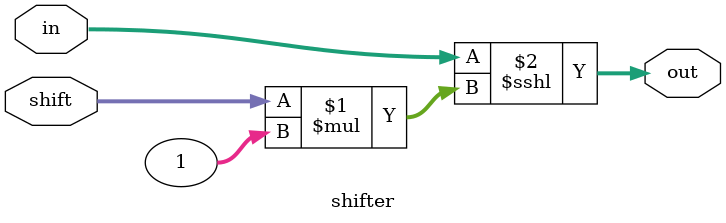
<source format=v>

`timescale 1ns/1ps
module shifter #(
  parameter integer IN_WIDTH      = 8,
  parameter integer OUT_WIDTH     = 16,
  parameter integer SHIFT_WIDTH   = $clog2(OUT_WIDTH),
  parameter integer SHIFT_AMOUNT  = 1
) (
  input  wire signed [ IN_WIDTH    -1 : 0 ] in,
  input  wire        [ SHIFT_WIDTH -1 : 0 ] shift,
  output wire signed [ OUT_WIDTH   -1 : 0 ] out
);

  assign out = in <<< (shift * SHIFT_AMOUNT);

endmodule

</source>
